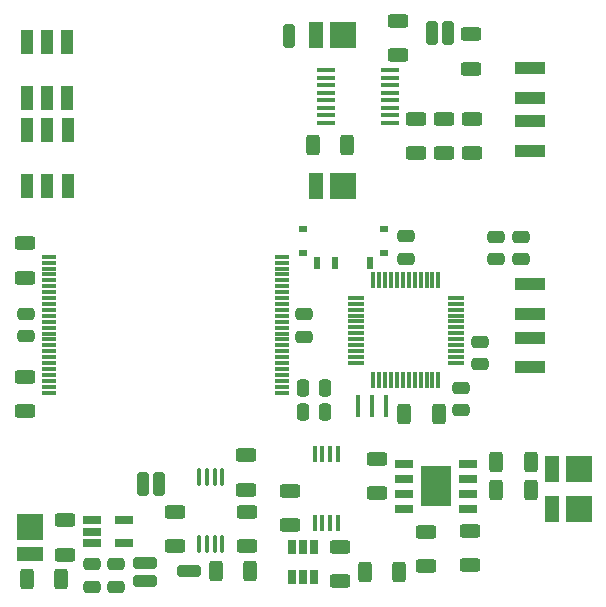
<source format=gbr>
%TF.GenerationSoftware,KiCad,Pcbnew,(6.0.5)*%
%TF.CreationDate,2023-08-07T21:45:28+03:00*%
%TF.ProjectId,JLC2,4a4c4332-2e6b-4696-9361-645f70636258,rev?*%
%TF.SameCoordinates,Original*%
%TF.FileFunction,Paste,Top*%
%TF.FilePolarity,Positive*%
%FSLAX46Y46*%
G04 Gerber Fmt 4.6, Leading zero omitted, Abs format (unit mm)*
G04 Created by KiCad (PCBNEW (6.0.5)) date 2023-08-07 21:45:28*
%MOMM*%
%LPD*%
G01*
G04 APERTURE LIST*
G04 Aperture macros list*
%AMRoundRect*
0 Rectangle with rounded corners*
0 $1 Rounding radius*
0 $2 $3 $4 $5 $6 $7 $8 $9 X,Y pos of 4 corners*
0 Add a 4 corners polygon primitive as box body*
4,1,4,$2,$3,$4,$5,$6,$7,$8,$9,$2,$3,0*
0 Add four circle primitives for the rounded corners*
1,1,$1+$1,$2,$3*
1,1,$1+$1,$4,$5*
1,1,$1+$1,$6,$7*
1,1,$1+$1,$8,$9*
0 Add four rect primitives between the rounded corners*
20,1,$1+$1,$2,$3,$4,$5,0*
20,1,$1+$1,$4,$5,$6,$7,0*
20,1,$1+$1,$6,$7,$8,$9,0*
20,1,$1+$1,$8,$9,$2,$3,0*%
G04 Aperture macros list end*
%ADD10RoundRect,0.250000X0.312500X0.625000X-0.312500X0.625000X-0.312500X-0.625000X0.312500X-0.625000X0*%
%ADD11RoundRect,0.250000X0.625000X-0.312500X0.625000X0.312500X-0.625000X0.312500X-0.625000X-0.312500X0*%
%ADD12R,1.560000X0.650000*%
%ADD13RoundRect,0.250000X-0.475000X0.250000X-0.475000X-0.250000X0.475000X-0.250000X0.475000X0.250000X0*%
%ADD14R,1.100000X2.000000*%
%ADD15RoundRect,0.250000X-0.750000X0.250000X-0.750000X-0.250000X0.750000X-0.250000X0.750000X0.250000X0*%
%ADD16RoundRect,0.250000X-0.250000X-0.475000X0.250000X-0.475000X0.250000X0.475000X-0.250000X0.475000X0*%
%ADD17R,2.500000X1.100000*%
%ADD18RoundRect,0.250000X-0.625000X0.312500X-0.625000X-0.312500X0.625000X-0.312500X0.625000X0.312500X0*%
%ADD19R,1.525000X0.700000*%
%ADD20R,2.513000X3.402000*%
%ADD21RoundRect,0.100000X0.100000X-0.637500X0.100000X0.637500X-0.100000X0.637500X-0.100000X-0.637500X0*%
%ADD22R,2.200000X2.200000*%
%ADD23R,2.200000X1.250000*%
%ADD24RoundRect,0.250000X0.250000X0.750000X-0.250000X0.750000X-0.250000X-0.750000X0.250000X-0.750000X0*%
%ADD25RoundRect,0.250000X0.475000X-0.250000X0.475000X0.250000X-0.475000X0.250000X-0.475000X-0.250000X0*%
%ADD26R,0.450000X1.475000*%
%ADD27RoundRect,0.250000X-0.312500X-0.625000X0.312500X-0.625000X0.312500X0.625000X-0.312500X0.625000X0*%
%ADD28R,1.500000X0.435000*%
%ADD29R,1.250000X2.200000*%
%ADD30RoundRect,0.250000X-0.250000X-0.750000X0.250000X-0.750000X0.250000X0.750000X-0.250000X0.750000X0*%
%ADD31R,1.275000X0.300000*%
%ADD32R,0.650000X1.200000*%
%ADD33RoundRect,0.250000X0.250000X0.475000X-0.250000X0.475000X-0.250000X-0.475000X0.250000X-0.475000X0*%
%ADD34R,0.300000X1.475000*%
%ADD35R,1.475000X0.300000*%
%ADD36R,0.500000X1.000000*%
%ADD37R,0.800000X0.500000*%
%ADD38R,0.400000X1.900000*%
G04 APERTURE END LIST*
D10*
%TO.C,R1*%
X142402500Y-98593750D03*
X139477500Y-98593750D03*
%TD*%
D11*
%TO.C,Rr*%
X112270000Y-105692500D03*
X112270000Y-102767500D03*
%TD*%
D12*
%TO.C,REF\u002A\u002A*%
X105252500Y-103510000D03*
X105252500Y-104460000D03*
X105252500Y-105410000D03*
X107952500Y-105410000D03*
X107952500Y-103510000D03*
%TD*%
D13*
%TO.C,C4*%
X138050001Y-88399999D03*
X138050001Y-90299999D03*
%TD*%
D14*
%TO.C,REF\u002A\u002A*%
X103140000Y-62960000D03*
X101440000Y-62960000D03*
X99740000Y-62960000D03*
X99740000Y-67760000D03*
X101440000Y-67760000D03*
X103140000Y-67760000D03*
%TD*%
D15*
%TO.C,BAT+*%
X109712500Y-107100000D03*
%TD*%
D16*
%TO.C,C7*%
X123090001Y-94349999D03*
X124990001Y-94349999D03*
%TD*%
D10*
%TO.C,R3*%
X118637500Y-107810000D03*
X115712500Y-107810000D03*
%TD*%
%TO.C,R1*%
X142392500Y-100963750D03*
X139467500Y-100963750D03*
%TD*%
D17*
%TO.C,J1*%
X142300000Y-65200000D03*
X142300000Y-67700000D03*
X142300000Y-69700000D03*
X142300000Y-72200000D03*
%TD*%
D18*
%TO.C,R3*%
X133480000Y-104471250D03*
X133480000Y-107396250D03*
%TD*%
D19*
%TO.C,J\u002A\u002A*%
X131658000Y-98708750D03*
X131658000Y-99978750D03*
X131658000Y-101248750D03*
X131658000Y-102518750D03*
X137082000Y-102518750D03*
X137082000Y-101248750D03*
X137082000Y-99978750D03*
X137082000Y-98708750D03*
D20*
X134370000Y-100613750D03*
%TD*%
D11*
%TO.C,R5*%
X99540001Y-94262499D03*
X99540001Y-91337499D03*
%TD*%
D21*
%TO.C,U9*%
X114325000Y-105532500D03*
X114975000Y-105532500D03*
X115625000Y-105532500D03*
X116275000Y-105532500D03*
X116275000Y-99807500D03*
X115625000Y-99807500D03*
X114975000Y-99807500D03*
X114325000Y-99807500D03*
%TD*%
D11*
%TO.C,Rr*%
X102922500Y-106392500D03*
X102922500Y-103467500D03*
%TD*%
%TO.C,R1*%
X132700000Y-72412500D03*
X132700000Y-69487500D03*
%TD*%
D22*
%TO.C,D2*%
X99972500Y-104070000D03*
D23*
X99972500Y-106345000D03*
%TD*%
D14*
%TO.C,REF\u002A\u002A*%
X103160000Y-70420000D03*
X101460000Y-70420000D03*
X99760000Y-70420000D03*
X99760000Y-75220000D03*
X101460000Y-75220000D03*
X103160000Y-75220000D03*
%TD*%
D13*
%TO.C,C13*%
X105252500Y-107210000D03*
X105252500Y-109110000D03*
%TD*%
D11*
%TO.C,R3*%
X118305000Y-100902500D03*
X118305000Y-97977500D03*
%TD*%
%TO.C,R1*%
X137350000Y-65262500D03*
X137350000Y-62337500D03*
%TD*%
D24*
%TO.C,REF\u002A\u002A*%
X134050000Y-62250000D03*
%TD*%
D25*
%TO.C,C3*%
X123190001Y-87969999D03*
X123190001Y-86069999D03*
%TD*%
D26*
%TO.C,Q\u002A\u002A*%
X126035000Y-97853250D03*
X125385000Y-97853250D03*
X124735000Y-97853250D03*
X124085000Y-97853250D03*
X124085000Y-103729250D03*
X124735000Y-103729250D03*
X125385000Y-103729250D03*
X126035000Y-103729250D03*
%TD*%
D27*
%TO.C,R4*%
X131667501Y-94529999D03*
X134592501Y-94529999D03*
%TD*%
D28*
%TO.C,IC\u002A\u002A*%
X125050000Y-65396000D03*
X125050000Y-66030000D03*
X125050000Y-66666000D03*
X125050000Y-67300000D03*
X125050000Y-67936000D03*
X125050000Y-68570000D03*
X125050000Y-69206000D03*
X125050000Y-69840000D03*
X130450000Y-69840000D03*
X130450000Y-69206000D03*
X130450000Y-68570000D03*
X130450000Y-67936000D03*
X130450000Y-67300000D03*
X130450000Y-66666000D03*
X130450000Y-66030000D03*
X130450000Y-65396000D03*
%TD*%
D25*
%TO.C,C13*%
X136500001Y-94189999D03*
X136500001Y-92289999D03*
%TD*%
D11*
%TO.C,R3*%
X126215000Y-108641250D03*
X126215000Y-105716250D03*
%TD*%
D13*
%TO.C,C5*%
X139465001Y-79499999D03*
X139465001Y-81399999D03*
%TD*%
D11*
%TO.C,Rr*%
X118320000Y-105682500D03*
X118320000Y-102757500D03*
%TD*%
D25*
%TO.C,C14*%
X131830001Y-81329999D03*
X131830001Y-79429999D03*
%TD*%
D24*
%TO.C,REF\u002A\u002A*%
X135400000Y-62250000D03*
%TD*%
D22*
%TO.C,D2*%
X146435000Y-99163750D03*
D29*
X144160000Y-99163750D03*
%TD*%
D25*
%TO.C,C1*%
X99680001Y-87919999D03*
X99680001Y-86019999D03*
%TD*%
D15*
%TO.C,BAT-*%
X109722500Y-108620000D03*
%TD*%
D30*
%TO.C,VCC*%
X110940000Y-100420000D03*
%TD*%
D24*
%TO.C,*%
X121950000Y-62500000D03*
%TD*%
D11*
%TO.C,R1*%
X131150000Y-64112500D03*
X131150000Y-61187500D03*
%TD*%
D22*
%TO.C,D2*%
X126500000Y-62400000D03*
D29*
X124225000Y-62400000D03*
%TD*%
D27*
%TO.C,R3*%
X128327500Y-107901250D03*
X131252500Y-107901250D03*
%TD*%
D31*
%TO.C,m1*%
X101622001Y-81179999D03*
X101622001Y-81679999D03*
X101622001Y-82179999D03*
X101622001Y-82679999D03*
X101622001Y-83179999D03*
X101622001Y-83679999D03*
X101622001Y-84179999D03*
X101622001Y-84679999D03*
X101622001Y-85179999D03*
X101622001Y-85679999D03*
X101622001Y-86179999D03*
X101622001Y-86679999D03*
X101622001Y-87179999D03*
X101622001Y-87679999D03*
X101622001Y-88179999D03*
X101622001Y-88679999D03*
X101622001Y-89179999D03*
X101622001Y-89679999D03*
X101622001Y-90179999D03*
X101622001Y-90679999D03*
X101622001Y-91179999D03*
X101622001Y-91679999D03*
X101622001Y-92179999D03*
X101622001Y-92679999D03*
X121298001Y-92679999D03*
X121298001Y-92179999D03*
X121298001Y-91679999D03*
X121298001Y-91179999D03*
X121298001Y-90679999D03*
X121298001Y-90179999D03*
X121298001Y-89679999D03*
X121298001Y-89179999D03*
X121298001Y-88679999D03*
X121298001Y-88179999D03*
X121298001Y-87679999D03*
X121298001Y-87179999D03*
X121298001Y-86679999D03*
X121298001Y-86179999D03*
X121298001Y-85679999D03*
X121298001Y-85179999D03*
X121298001Y-84679999D03*
X121298001Y-84179999D03*
X121298001Y-83679999D03*
X121298001Y-83179999D03*
X121298001Y-82679999D03*
X121298001Y-82179999D03*
X121298001Y-81679999D03*
X121298001Y-81179999D03*
%TD*%
D11*
%TO.C,R1*%
X121995000Y-103903750D03*
X121995000Y-100978750D03*
%TD*%
D10*
%TO.C,R1*%
X126862500Y-71735500D03*
X123937500Y-71735500D03*
%TD*%
D27*
%TO.C,Rr*%
X99700000Y-108460000D03*
X102625000Y-108460000D03*
%TD*%
D22*
%TO.C,D2*%
X146435000Y-102573750D03*
D29*
X144160000Y-102573750D03*
%TD*%
D30*
%TO.C,GND*%
X109550000Y-100420000D03*
%TD*%
D22*
%TO.C,D2*%
X126500000Y-75200000D03*
D29*
X124225000Y-75200000D03*
%TD*%
D18*
%TO.C,R3*%
X99580001Y-80047499D03*
X99580001Y-82972499D03*
%TD*%
D17*
%TO.C,J1*%
X142300001Y-83519999D03*
X142300001Y-86019999D03*
X142300001Y-88019999D03*
X142300001Y-90519999D03*
%TD*%
D32*
%TO.C,IC\u002A\u002A*%
X124040000Y-105791250D03*
X123090000Y-105791250D03*
X122140000Y-105791250D03*
X122140000Y-108291250D03*
X123090000Y-108291250D03*
X124040000Y-108291250D03*
%TD*%
D11*
%TO.C,R3*%
X129360000Y-101206250D03*
X129360000Y-98281250D03*
%TD*%
D13*
%TO.C,C13*%
X107302500Y-107210000D03*
X107302500Y-109110000D03*
%TD*%
D33*
%TO.C,C16*%
X125000001Y-92319999D03*
X123100001Y-92319999D03*
%TD*%
D34*
%TO.C,f1*%
X129058001Y-91647999D03*
X129558001Y-91647999D03*
X130058001Y-91647999D03*
X130558001Y-91647999D03*
X131058001Y-91647999D03*
X131558001Y-91647999D03*
X132058001Y-91647999D03*
X132558001Y-91647999D03*
X133058001Y-91647999D03*
X133558001Y-91647999D03*
X134058001Y-91647999D03*
X134558001Y-91647999D03*
D35*
X136046001Y-90159999D03*
X136046001Y-89659999D03*
X136046001Y-89159999D03*
X136046001Y-88659999D03*
X136046001Y-88159999D03*
X136046001Y-87659999D03*
X136046001Y-87159999D03*
X136046001Y-86659999D03*
X136046001Y-86159999D03*
X136046001Y-85659999D03*
X136046001Y-85159999D03*
X136046001Y-84659999D03*
D34*
X134558001Y-83171999D03*
X134058001Y-83171999D03*
X133558001Y-83171999D03*
X133058001Y-83171999D03*
X132558001Y-83171999D03*
X132058001Y-83171999D03*
X131558001Y-83171999D03*
X131058001Y-83171999D03*
X130558001Y-83171999D03*
X130058001Y-83171999D03*
X129558001Y-83171999D03*
X129058001Y-83171999D03*
D35*
X127570001Y-84659999D03*
X127570001Y-85159999D03*
X127570001Y-85659999D03*
X127570001Y-86159999D03*
X127570001Y-86659999D03*
X127570001Y-87159999D03*
X127570001Y-87659999D03*
X127570001Y-88159999D03*
X127570001Y-88659999D03*
X127570001Y-89159999D03*
X127570001Y-89659999D03*
X127570001Y-90159999D03*
%TD*%
D36*
%TO.C,SW1*%
X128780001Y-81689999D03*
X125780001Y-81689999D03*
X124280001Y-81689999D03*
D37*
X123080001Y-80889999D03*
X123080001Y-78789999D03*
X129980001Y-78789999D03*
X129980001Y-80889999D03*
%TD*%
D11*
%TO.C,R1*%
X135050000Y-72412500D03*
X135050000Y-69487500D03*
%TD*%
%TO.C,R1*%
X137400000Y-72412500D03*
X137400000Y-69487500D03*
%TD*%
D13*
%TO.C,C8*%
X141585001Y-79499999D03*
X141585001Y-81399999D03*
%TD*%
D18*
%TO.C,R3*%
X137210000Y-104391250D03*
X137210000Y-107316250D03*
%TD*%
D15*
%TO.C,*%
X113430000Y-107770000D03*
%TD*%
D38*
%TO.C,Y2*%
X127720001Y-93819999D03*
X128920001Y-93819999D03*
X130120001Y-93819999D03*
%TD*%
M02*

</source>
